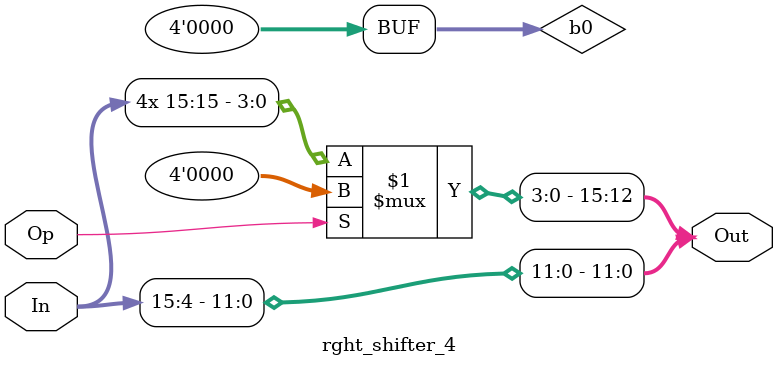
<source format=v>
/*
    shift/rotate the input to the right by four bits
    Op is 1, shift
    Op is 0, rotate
 */
module rght_shifter_4 (In, Op, Out);
    parameter   N = 16;
   	parameter	  B = 4;

   	input[N-1:0]    In;
   	input			      Op;
   	output[N-1:0]   Out;

   	// B bits of 0
   	wire[B-1:0] b0 = {B{1'b0}};
    // shift/rotate the input by B bits
    assign Out = {Op ? b0 : {B{In[N-1]}}, In[N-1:B]};
endmodule   
</source>
